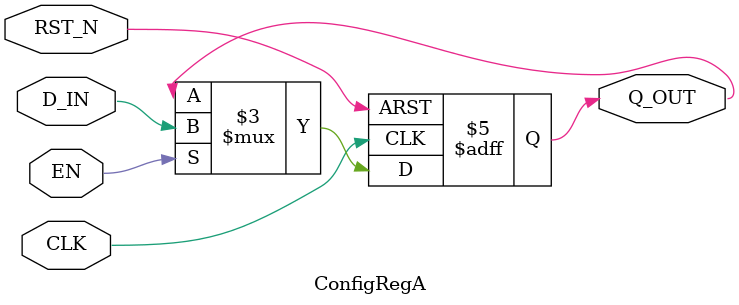
<source format=v>


// Permission is hereby granted, free of charge, to any person obtaining a copy
// of this software and associated documentation files (the "Software"), to deal
// in the Software without restriction, including without limitation the rights
// to use, copy, modify, merge, publish, distribute, sublicense, and/or sell
// copies of the Software, and to permit persons to whom the Software is
// furnished to do so, subject to the following conditions:

// The above copyright notice and this permission notice shall be included in
// all copies or substantial portions of the Software.

// THE SOFTWARE IS PROVIDED "AS IS", WITHOUT WARRANTY OF ANY KIND, EXPRESS OR
// IMPLIED, INCLUDING BUT NOT LIMITED TO THE WARRANTIES OF MERCHANTABILITY,
// FITNESS FOR A PARTICULAR PURPOSE AND NONINFRINGEMENT. IN NO EVENT SHALL THE
// AUTHORS OR COPYRIGHT HOLDERS BE LIABLE FOR ANY CLAIM, DAMAGES OR OTHER
// LIABILITY, WHETHER IN AN ACTION OF CONTRACT, TORT OR OTHERWISE, ARISING FROM,
// OUT OF OR IN CONNECTION WITH THE SOFTWARE OR THE USE OR OTHER DEALINGS IN
// THE SOFTWARE.
//
// $Revision: 24080 $
// $Date: 2011-05-18 19:32:52 +0000 (Wed, 18 May 2011) $

`ifdef BSV_ASSIGNMENT_DELAY
`else
`define BSV_ASSIGNMENT_DELAY
`endif

// Standard register with asynchronous reset
module ConfigRegA(CLK, RST_N, Q_OUT, D_IN, EN);

   parameter width = 1;
   parameter init = { width {1'b0}} ;

   input     CLK;
   input     RST_N;
   input     EN;
   input [width - 1 : 0] D_IN;
   output [width - 1 : 0] Q_OUT;

   reg [width - 1 : 0]    Q_OUT;

   always@(posedge CLK or negedge RST_N) begin
      if (RST_N == 0)
        Q_OUT <= `BSV_ASSIGNMENT_DELAY init;
      else
        begin
           if (EN)
             Q_OUT <= `BSV_ASSIGNMENT_DELAY D_IN;
        end 
   end // always@ (posedge CLK or negedge RST_N)
   

`ifdef BSV_NO_INITIAL_BLOCKS
`else // not BSV_NO_INITIAL_BLOCKS
   // synopsys translate_off
   initial begin
      Q_OUT = {((width + 1)/2){2'b10}} ;
   end
   // synopsys translate_on
`endif // BSV_NO_INITIAL_BLOCKS

endmodule


</source>
